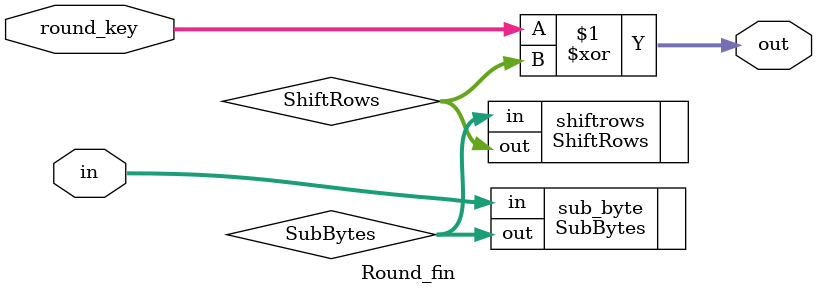
<source format=v>
`timescale 1ns / 1ps

module Round_fin(in,out,round_key);
input [127:0]in;
input [127:0]round_key;
output [127:0]out;
wire [127:0]SubBytes,ShiftRows;
SubBytes sub_byte(.in(in), .out(SubBytes));
ShiftRows shiftrows(.in(SubBytes), .out(ShiftRows));
assign out=round_key^ShiftRows;
endmodule
</source>
